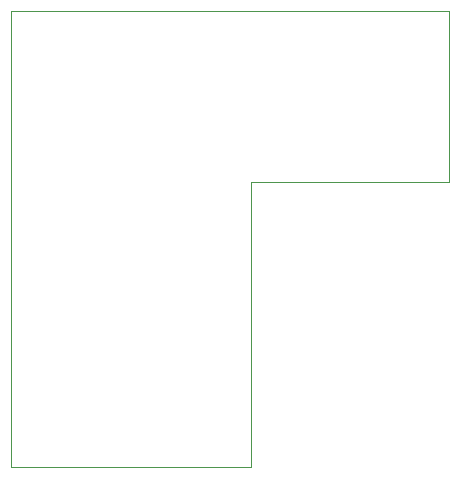
<source format=gbr>
G04 #@! TF.GenerationSoftware,KiCad,Pcbnew,(5.1.5-0-10_14)*
G04 #@! TF.CreationDate,2021-03-13T22:21:17+01:00*
G04 #@! TF.ProjectId,es_bridge,65735f62-7269-4646-9765-2e6b69636164,rev?*
G04 #@! TF.SameCoordinates,Original*
G04 #@! TF.FileFunction,Profile,NP*
%FSLAX46Y46*%
G04 Gerber Fmt 4.6, Leading zero omitted, Abs format (unit mm)*
G04 Created by KiCad (PCBNEW (5.1.5-0-10_14)) date 2021-03-13 22:21:17*
%MOMM*%
%LPD*%
G04 APERTURE LIST*
%ADD10C,0.050000*%
G04 APERTURE END LIST*
D10*
X152400000Y-82550000D02*
X169164000Y-82550000D01*
X152400000Y-82550000D02*
X152400000Y-106680000D01*
X169164000Y-68072000D02*
X169164000Y-82550000D01*
X152400000Y-68072000D02*
X169164000Y-68072000D01*
X132080000Y-106680000D02*
X132080000Y-68072000D01*
X152400000Y-106680000D02*
X132080000Y-106680000D01*
X132080000Y-68072000D02*
X152400000Y-68072000D01*
M02*

</source>
